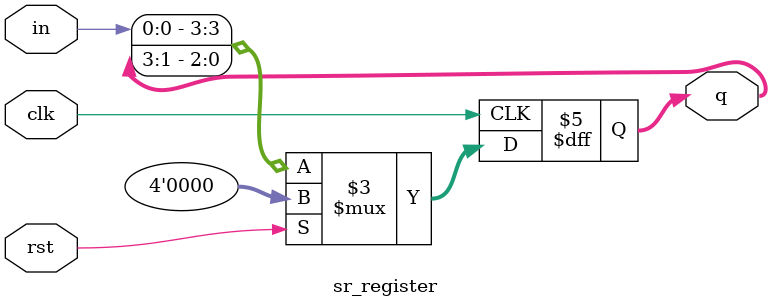
<source format=v>
module sr_register (clk,rst,in,q);
    input wire clk;
    input wire rst;
    input wire  in;
    output reg[3:0] q;

    always @(posedge clk) begin
        
         if (rst)
            q=4'b0000;
        else begin

            q={in,q[3:1]};
        end
    end

endmodule

</source>
